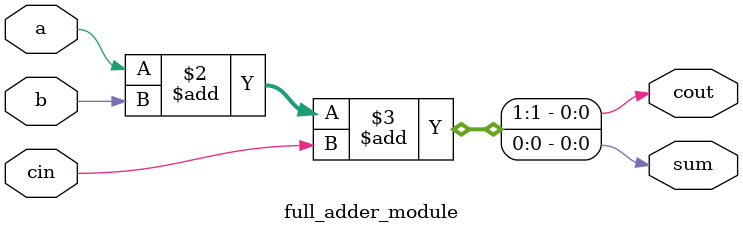
<source format=v>

module full_adder_module (a, b, cin, sum, cout);
	input a, b, cin;
	output sum, cout;
	reg sum, cout;
	
	always@(a or b or cin)
	begin
		{cout, sum} <= a + b + cin;
	end

endmodule
</source>
